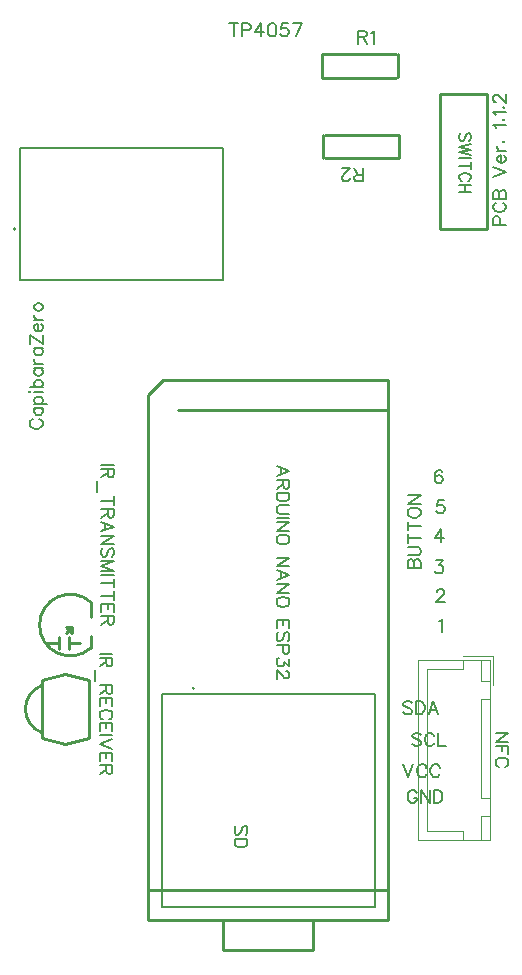
<source format=gto>
G04 Layer: TopSilkscreenLayer*
G04 EasyEDA v6.5.46, 2024-09-10 09:59:28*
G04 729bfc0749884a30aca1d28ffb5e4962,df7e7e3c38a3447abd37b529b333d242,10*
G04 Gerber Generator version 0.2*
G04 Scale: 100 percent, Rotated: No, Reflected: No *
G04 Dimensions in millimeters *
G04 leading zeros omitted , absolute positions ,4 integer and 5 decimal *
%FSLAX45Y45*%
%MOMM*%

%ADD10C,0.1524*%
%ADD11C,0.2540*%
%ADD12C,0.1200*%
%ADD13C,0.1600*%

%LPD*%
D10*
X2820415Y3069844D02*
G01*
X2711450Y3111500D01*
X2820415Y3069844D02*
G01*
X2711450Y3028442D01*
X2747772Y3096005D02*
G01*
X2747772Y3043936D01*
X2820415Y2994152D02*
G01*
X2711450Y2994152D01*
X2820415Y2994152D02*
G01*
X2820415Y2947415D01*
X2815336Y2931668D01*
X2810002Y2926587D01*
X2799588Y2921254D01*
X2789174Y2921254D01*
X2778759Y2926587D01*
X2773679Y2931668D01*
X2768600Y2947415D01*
X2768600Y2994152D01*
X2768600Y2957829D02*
G01*
X2711450Y2921254D01*
X2820415Y2886963D02*
G01*
X2711450Y2886963D01*
X2820415Y2886963D02*
G01*
X2820415Y2850642D01*
X2815336Y2835147D01*
X2804922Y2824734D01*
X2794508Y2819400D01*
X2778759Y2814320D01*
X2752852Y2814320D01*
X2737358Y2819400D01*
X2726943Y2824734D01*
X2716529Y2835147D01*
X2711450Y2850642D01*
X2711450Y2886963D01*
X2820415Y2780029D02*
G01*
X2742438Y2780029D01*
X2726943Y2774950D01*
X2716529Y2764536D01*
X2711450Y2748787D01*
X2711450Y2738373D01*
X2716529Y2722879D01*
X2726943Y2712465D01*
X2742438Y2707386D01*
X2820415Y2707386D01*
X2820415Y2673095D02*
G01*
X2711450Y2673095D01*
X2820415Y2638805D02*
G01*
X2711450Y2638805D01*
X2820415Y2638805D02*
G01*
X2711450Y2565907D01*
X2820415Y2565907D02*
G01*
X2711450Y2565907D01*
X2820415Y2500629D02*
G01*
X2815336Y2510789D01*
X2804922Y2521204D01*
X2794508Y2526537D01*
X2778759Y2531618D01*
X2752852Y2531618D01*
X2737358Y2526537D01*
X2726943Y2521204D01*
X2716529Y2510789D01*
X2711450Y2500629D01*
X2711450Y2479802D01*
X2716529Y2469387D01*
X2726943Y2458973D01*
X2737358Y2453639D01*
X2752852Y2448560D01*
X2778759Y2448560D01*
X2794508Y2453639D01*
X2804922Y2458973D01*
X2815336Y2469387D01*
X2820415Y2479802D01*
X2820415Y2500629D01*
X2820415Y2334260D02*
G01*
X2711450Y2334260D01*
X2820415Y2334260D02*
G01*
X2711450Y2261615D01*
X2820415Y2261615D02*
G01*
X2711450Y2261615D01*
X2820415Y2185670D02*
G01*
X2711450Y2227326D01*
X2820415Y2185670D02*
G01*
X2711450Y2144013D01*
X2747772Y2211578D02*
G01*
X2747772Y2159762D01*
X2820415Y2109723D02*
G01*
X2711450Y2109723D01*
X2820415Y2109723D02*
G01*
X2711450Y2037079D01*
X2820415Y2037079D02*
G01*
X2711450Y2037079D01*
X2820415Y1971547D02*
G01*
X2815336Y1981962D01*
X2804922Y1992376D01*
X2794508Y1997710D01*
X2778759Y2002789D01*
X2752852Y2002789D01*
X2737358Y1997710D01*
X2726943Y1992376D01*
X2716529Y1981962D01*
X2711450Y1971547D01*
X2711450Y1950720D01*
X2716529Y1940560D01*
X2726943Y1930145D01*
X2737358Y1924812D01*
X2752852Y1919731D01*
X2778759Y1919731D01*
X2794508Y1924812D01*
X2804922Y1930145D01*
X2815336Y1940560D01*
X2820415Y1950720D01*
X2820415Y1971547D01*
X2820415Y1805431D02*
G01*
X2711450Y1805431D01*
X2820415Y1805431D02*
G01*
X2820415Y1737868D01*
X2768600Y1805431D02*
G01*
X2768600Y1763776D01*
X2711450Y1805431D02*
G01*
X2711450Y1737868D01*
X2804922Y1630679D02*
G01*
X2815336Y1641094D01*
X2820415Y1656842D01*
X2820415Y1677670D01*
X2815336Y1693163D01*
X2804922Y1703578D01*
X2794508Y1703578D01*
X2784093Y1698244D01*
X2778759Y1693163D01*
X2773679Y1682750D01*
X2763265Y1651507D01*
X2758186Y1641094D01*
X2752852Y1636013D01*
X2742438Y1630679D01*
X2726943Y1630679D01*
X2716529Y1641094D01*
X2711450Y1656842D01*
X2711450Y1677670D01*
X2716529Y1693163D01*
X2726943Y1703578D01*
X2820415Y1596389D02*
G01*
X2711450Y1596389D01*
X2820415Y1596389D02*
G01*
X2820415Y1549654D01*
X2815336Y1534160D01*
X2810002Y1529079D01*
X2799588Y1523745D01*
X2784093Y1523745D01*
X2773679Y1529079D01*
X2768600Y1534160D01*
X2763265Y1549654D01*
X2763265Y1596389D01*
X2820415Y1479042D02*
G01*
X2820415Y1421892D01*
X2778759Y1453134D01*
X2778759Y1437639D01*
X2773679Y1427226D01*
X2768600Y1421892D01*
X2752852Y1416812D01*
X2742438Y1416812D01*
X2726943Y1421892D01*
X2716529Y1432305D01*
X2711450Y1447800D01*
X2711450Y1463547D01*
X2716529Y1479042D01*
X2721609Y1484376D01*
X2732024Y1489455D01*
X2794508Y1377187D02*
G01*
X2799588Y1377187D01*
X2810002Y1372107D01*
X2815336Y1366773D01*
X2820415Y1356360D01*
X2820415Y1335786D01*
X2815336Y1325371D01*
X2810002Y1320037D01*
X2799588Y1314957D01*
X2789174Y1314957D01*
X2778759Y1320037D01*
X2763265Y1330452D01*
X2711450Y1382521D01*
X2711450Y1309623D01*
X647192Y3506978D02*
G01*
X636778Y3501644D01*
X626363Y3491229D01*
X621284Y3481070D01*
X621284Y3460242D01*
X626363Y3449828D01*
X636778Y3439413D01*
X647192Y3434079D01*
X662939Y3429000D01*
X688847Y3429000D01*
X704342Y3434079D01*
X714755Y3439413D01*
X725170Y3449828D01*
X730250Y3460242D01*
X730250Y3481070D01*
X725170Y3491229D01*
X714755Y3501644D01*
X704342Y3506978D01*
X657605Y3603497D02*
G01*
X730250Y3603497D01*
X673100Y3603497D02*
G01*
X662939Y3593084D01*
X657605Y3582670D01*
X657605Y3567176D01*
X662939Y3556762D01*
X673100Y3546347D01*
X688847Y3541268D01*
X699262Y3541268D01*
X714755Y3546347D01*
X725170Y3556762D01*
X730250Y3567176D01*
X730250Y3582670D01*
X725170Y3593084D01*
X714755Y3603497D01*
X657605Y3637787D02*
G01*
X766826Y3637787D01*
X673100Y3637787D02*
G01*
X662939Y3648202D01*
X657605Y3658615D01*
X657605Y3674110D01*
X662939Y3684523D01*
X673100Y3694937D01*
X688847Y3700271D01*
X699262Y3700271D01*
X714755Y3694937D01*
X725170Y3684523D01*
X730250Y3674110D01*
X730250Y3658615D01*
X725170Y3648202D01*
X714755Y3637787D01*
X621284Y3734562D02*
G01*
X626363Y3739642D01*
X621284Y3744976D01*
X615950Y3739642D01*
X621284Y3734562D01*
X657605Y3739642D02*
G01*
X730250Y3739642D01*
X621284Y3779265D02*
G01*
X730250Y3779265D01*
X673100Y3779265D02*
G01*
X662939Y3789679D01*
X657605Y3799839D01*
X657605Y3815587D01*
X662939Y3826002D01*
X673100Y3836415D01*
X688847Y3841495D01*
X699262Y3841495D01*
X714755Y3836415D01*
X725170Y3826002D01*
X730250Y3815587D01*
X730250Y3799839D01*
X725170Y3789679D01*
X714755Y3779265D01*
X657605Y3938270D02*
G01*
X730250Y3938270D01*
X673100Y3938270D02*
G01*
X662939Y3927855D01*
X657605Y3917442D01*
X657605Y3901694D01*
X662939Y3891279D01*
X673100Y3881120D01*
X688847Y3875786D01*
X699262Y3875786D01*
X714755Y3881120D01*
X725170Y3891279D01*
X730250Y3901694D01*
X730250Y3917442D01*
X725170Y3927855D01*
X714755Y3938270D01*
X657605Y3972560D02*
G01*
X730250Y3972560D01*
X688847Y3972560D02*
G01*
X673100Y3977639D01*
X662939Y3988054D01*
X657605Y3998468D01*
X657605Y4013962D01*
X657605Y4110736D02*
G01*
X730250Y4110736D01*
X673100Y4110736D02*
G01*
X662939Y4100321D01*
X657605Y4089907D01*
X657605Y4074160D01*
X662939Y4064000D01*
X673100Y4053586D01*
X688847Y4048252D01*
X699262Y4048252D01*
X714755Y4053586D01*
X725170Y4064000D01*
X730250Y4074160D01*
X730250Y4089907D01*
X725170Y4100321D01*
X714755Y4110736D01*
X621284Y4217670D02*
G01*
X730250Y4145026D01*
X621284Y4145026D02*
G01*
X621284Y4217670D01*
X730250Y4145026D02*
G01*
X730250Y4217670D01*
X688847Y4251960D02*
G01*
X688847Y4314189D01*
X678434Y4314189D01*
X668020Y4309110D01*
X662939Y4304029D01*
X657605Y4293615D01*
X657605Y4277868D01*
X662939Y4267454D01*
X673100Y4257039D01*
X688847Y4251960D01*
X699262Y4251960D01*
X714755Y4257039D01*
X725170Y4267454D01*
X730250Y4277868D01*
X730250Y4293615D01*
X725170Y4304029D01*
X714755Y4314189D01*
X657605Y4348479D02*
G01*
X730250Y4348479D01*
X688847Y4348479D02*
G01*
X673100Y4353813D01*
X662939Y4364228D01*
X657605Y4374642D01*
X657605Y4390136D01*
X657605Y4450334D02*
G01*
X662939Y4439920D01*
X673100Y4429760D01*
X688847Y4424426D01*
X699262Y4424426D01*
X714755Y4429760D01*
X725170Y4439920D01*
X730250Y4450334D01*
X730250Y4466081D01*
X725170Y4476495D01*
X714755Y4486910D01*
X699262Y4491989D01*
X688847Y4491989D01*
X673100Y4486910D01*
X662939Y4476495D01*
X657605Y4466081D01*
X657605Y4450334D01*
X4113529Y3058921D02*
G01*
X4108450Y3069336D01*
X4092956Y3074415D01*
X4082541Y3074415D01*
X4066793Y3069336D01*
X4056379Y3053587D01*
X4051300Y3027679D01*
X4051300Y3001771D01*
X4056379Y2980944D01*
X4066793Y2970529D01*
X4082541Y2965450D01*
X4087622Y2965450D01*
X4103370Y2970529D01*
X4113529Y2980944D01*
X4118863Y2996437D01*
X4118863Y3001771D01*
X4113529Y3017265D01*
X4103370Y3027679D01*
X4087622Y3032760D01*
X4082541Y3032760D01*
X4066793Y3027679D01*
X4056379Y3017265D01*
X4051300Y3001771D01*
X4061713Y2312415D02*
G01*
X4118863Y2312415D01*
X4087622Y2270760D01*
X4103370Y2270760D01*
X4113529Y2265679D01*
X4118863Y2260600D01*
X4123943Y2244852D01*
X4123943Y2234437D01*
X4118863Y2218944D01*
X4108450Y2208529D01*
X4092956Y2203450D01*
X4077208Y2203450D01*
X4061713Y2208529D01*
X4056379Y2213610D01*
X4051300Y2224023D01*
X4089400Y1796287D02*
G01*
X4099813Y1801621D01*
X4115308Y1817115D01*
X4115308Y1708150D01*
X4069079Y2045207D02*
G01*
X4069079Y2050287D01*
X4074413Y2060702D01*
X4079493Y2066036D01*
X4089908Y2071115D01*
X4110736Y2071115D01*
X4121150Y2066036D01*
X4126229Y2060702D01*
X4131563Y2050287D01*
X4131563Y2039873D01*
X4126229Y2029460D01*
X4116070Y2013965D01*
X4064000Y1962150D01*
X4136643Y1962150D01*
X4103370Y2579115D02*
G01*
X4051300Y2506471D01*
X4129277Y2506471D01*
X4103370Y2579115D02*
G01*
X4103370Y2470150D01*
X4126229Y2820415D02*
G01*
X4074413Y2820415D01*
X4069079Y2773679D01*
X4074413Y2778760D01*
X4089908Y2784094D01*
X4105656Y2784094D01*
X4121150Y2778760D01*
X4131563Y2768600D01*
X4136643Y2752852D01*
X4136643Y2742437D01*
X4131563Y2726944D01*
X4121150Y2716529D01*
X4105656Y2711450D01*
X4089908Y2711450D01*
X4074413Y2716529D01*
X4069079Y2721610D01*
X4064000Y2732023D01*
X3900677Y343407D02*
G01*
X3895343Y353821D01*
X3884929Y364236D01*
X3874770Y369315D01*
X3853941Y369315D01*
X3843527Y364236D01*
X3833113Y353821D01*
X3827779Y343407D01*
X3822700Y327660D01*
X3822700Y301752D01*
X3827779Y286257D01*
X3833113Y275844D01*
X3843527Y265429D01*
X3853941Y260350D01*
X3874770Y260350D01*
X3884929Y265429D01*
X3895343Y275844D01*
X3900677Y286257D01*
X3900677Y301752D01*
X3874770Y301752D02*
G01*
X3900677Y301752D01*
X3934968Y369315D02*
G01*
X3934968Y260350D01*
X3934968Y369315D02*
G01*
X4007611Y260350D01*
X4007611Y369315D02*
G01*
X4007611Y260350D01*
X4041902Y369315D02*
G01*
X4041902Y260350D01*
X4041902Y369315D02*
G01*
X4078224Y369315D01*
X4093972Y364236D01*
X4104386Y353821D01*
X4109465Y343407D01*
X4114800Y327660D01*
X4114800Y301752D01*
X4109465Y286257D01*
X4104386Y275844D01*
X4093972Y265429D01*
X4078224Y260350D01*
X4041902Y260350D01*
X3784600Y585215D02*
G01*
X3826256Y476250D01*
X3867658Y585215D02*
G01*
X3826256Y476250D01*
X3979925Y559307D02*
G01*
X3974845Y569721D01*
X3964431Y580136D01*
X3954018Y585215D01*
X3933190Y585215D01*
X3922775Y580136D01*
X3912361Y569721D01*
X3907281Y559307D01*
X3901947Y543560D01*
X3901947Y517652D01*
X3907281Y502157D01*
X3912361Y491744D01*
X3922775Y481329D01*
X3933190Y476250D01*
X3954018Y476250D01*
X3964431Y481329D01*
X3974845Y491744D01*
X3979925Y502157D01*
X4092193Y559307D02*
G01*
X4086859Y569721D01*
X4076700Y580136D01*
X4066286Y585215D01*
X4045458Y585215D01*
X4035043Y580136D01*
X4024629Y569721D01*
X4019550Y559307D01*
X4014215Y543560D01*
X4014215Y517652D01*
X4019550Y502157D01*
X4024629Y491744D01*
X4035043Y481329D01*
X4045458Y476250D01*
X4066286Y476250D01*
X4076700Y481329D01*
X4086859Y491744D01*
X4092193Y502157D01*
X3857243Y1103121D02*
G01*
X3846829Y1113536D01*
X3831336Y1118615D01*
X3810508Y1118615D01*
X3795013Y1113536D01*
X3784600Y1103121D01*
X3784600Y1092707D01*
X3789679Y1082294D01*
X3795013Y1076960D01*
X3805427Y1071879D01*
X3836670Y1061465D01*
X3846829Y1056386D01*
X3852163Y1051052D01*
X3857243Y1040637D01*
X3857243Y1025144D01*
X3846829Y1014729D01*
X3831336Y1009650D01*
X3810508Y1009650D01*
X3795013Y1014729D01*
X3784600Y1025144D01*
X3891534Y1118615D02*
G01*
X3891534Y1009650D01*
X3891534Y1118615D02*
G01*
X3928109Y1118615D01*
X3943604Y1113536D01*
X3954018Y1103121D01*
X3959097Y1092707D01*
X3964431Y1076960D01*
X3964431Y1051052D01*
X3959097Y1035557D01*
X3954018Y1025144D01*
X3943604Y1014729D01*
X3928109Y1009650D01*
X3891534Y1009650D01*
X4040124Y1118615D02*
G01*
X3998722Y1009650D01*
X4040124Y1118615D02*
G01*
X4081779Y1009650D01*
X4014215Y1045971D02*
G01*
X4066286Y1045971D01*
X3933443Y836421D02*
G01*
X3923029Y846836D01*
X3907536Y851915D01*
X3886708Y851915D01*
X3871213Y846836D01*
X3860800Y836421D01*
X3860800Y826007D01*
X3865879Y815594D01*
X3871213Y810260D01*
X3881627Y805179D01*
X3912870Y794765D01*
X3923029Y789686D01*
X3928363Y784352D01*
X3933443Y773937D01*
X3933443Y758444D01*
X3923029Y748029D01*
X3907536Y742950D01*
X3886708Y742950D01*
X3871213Y748029D01*
X3860800Y758444D01*
X4045711Y826007D02*
G01*
X4040631Y836421D01*
X4030218Y846836D01*
X4019804Y851915D01*
X3998975Y851915D01*
X3988561Y846836D01*
X3978147Y836421D01*
X3973068Y826007D01*
X3967734Y810260D01*
X3967734Y784352D01*
X3973068Y768857D01*
X3978147Y758444D01*
X3988561Y748029D01*
X3998975Y742950D01*
X4019804Y742950D01*
X4030218Y748029D01*
X4040631Y758444D01*
X4045711Y768857D01*
X4080002Y851915D02*
G01*
X4080002Y742950D01*
X4080002Y742950D02*
G01*
X4142486Y742950D01*
X4545584Y5156200D02*
G01*
X4654550Y5156200D01*
X4545584Y5156200D02*
G01*
X4545584Y5202936D01*
X4550663Y5218429D01*
X4555997Y5223763D01*
X4566411Y5228844D01*
X4581906Y5228844D01*
X4592320Y5223763D01*
X4597400Y5218429D01*
X4602734Y5202936D01*
X4602734Y5156200D01*
X4571491Y5341112D02*
G01*
X4561077Y5336031D01*
X4550663Y5325618D01*
X4545584Y5315204D01*
X4545584Y5294376D01*
X4550663Y5283962D01*
X4561077Y5273547D01*
X4571491Y5268468D01*
X4587240Y5263134D01*
X4613147Y5263134D01*
X4628641Y5268468D01*
X4639056Y5273547D01*
X4649470Y5283962D01*
X4654550Y5294376D01*
X4654550Y5315204D01*
X4649470Y5325618D01*
X4639056Y5336031D01*
X4628641Y5341112D01*
X4545584Y5375402D02*
G01*
X4654550Y5375402D01*
X4545584Y5375402D02*
G01*
X4545584Y5422137D01*
X4550663Y5437886D01*
X4555997Y5442965D01*
X4566411Y5448300D01*
X4576825Y5448300D01*
X4587240Y5442965D01*
X4592320Y5437886D01*
X4597400Y5422137D01*
X4597400Y5375402D02*
G01*
X4597400Y5422137D01*
X4602734Y5437886D01*
X4607813Y5442965D01*
X4618227Y5448300D01*
X4633975Y5448300D01*
X4644390Y5442965D01*
X4649470Y5437886D01*
X4654550Y5422137D01*
X4654550Y5375402D01*
X4545584Y5562600D02*
G01*
X4654550Y5604002D01*
X4545584Y5645657D02*
G01*
X4654550Y5604002D01*
X4613147Y5679947D02*
G01*
X4613147Y5742178D01*
X4602734Y5742178D01*
X4592320Y5737097D01*
X4587240Y5731763D01*
X4581906Y5721350D01*
X4581906Y5705855D01*
X4587240Y5695442D01*
X4597400Y5685028D01*
X4613147Y5679947D01*
X4623561Y5679947D01*
X4639056Y5685028D01*
X4649470Y5695442D01*
X4654550Y5705855D01*
X4654550Y5721350D01*
X4649470Y5731763D01*
X4639056Y5742178D01*
X4581906Y5776468D02*
G01*
X4654550Y5776468D01*
X4613147Y5776468D02*
G01*
X4597400Y5781802D01*
X4587240Y5792215D01*
X4581906Y5802629D01*
X4581906Y5818123D01*
X4628641Y5857494D02*
G01*
X4633975Y5852413D01*
X4639056Y5857494D01*
X4633975Y5862828D01*
X4628641Y5857494D01*
X4566411Y5977128D02*
G01*
X4561077Y5987542D01*
X4545584Y6003036D01*
X4654550Y6003036D01*
X4628641Y6042660D02*
G01*
X4633975Y6037326D01*
X4639056Y6042660D01*
X4633975Y6047739D01*
X4628641Y6042660D01*
X4566411Y6082029D02*
G01*
X4561077Y6092444D01*
X4545584Y6107937D01*
X4654550Y6107937D01*
X4628641Y6147562D02*
G01*
X4633975Y6142228D01*
X4639056Y6147562D01*
X4633975Y6152642D01*
X4628641Y6147562D01*
X4571491Y6192265D02*
G01*
X4566411Y6192265D01*
X4555997Y6197345D01*
X4550663Y6202679D01*
X4545584Y6212839D01*
X4545584Y6233668D01*
X4550663Y6244081D01*
X4555997Y6249415D01*
X4566411Y6254495D01*
X4576825Y6254495D01*
X4587240Y6249415D01*
X4602734Y6239002D01*
X4654550Y6186931D01*
X4654550Y6259829D01*
X3821684Y2247900D02*
G01*
X3930650Y2247900D01*
X3821684Y2247900D02*
G01*
X3821684Y2294636D01*
X3826763Y2310129D01*
X3832097Y2315463D01*
X3842511Y2320544D01*
X3852925Y2320544D01*
X3863340Y2315463D01*
X3868420Y2310129D01*
X3873500Y2294636D01*
X3873500Y2247900D02*
G01*
X3873500Y2294636D01*
X3878834Y2310129D01*
X3883913Y2315463D01*
X3894327Y2320544D01*
X3910075Y2320544D01*
X3920490Y2315463D01*
X3925570Y2310129D01*
X3930650Y2294636D01*
X3930650Y2247900D01*
X3821684Y2354834D02*
G01*
X3899661Y2354834D01*
X3915156Y2360168D01*
X3925570Y2370581D01*
X3930650Y2386076D01*
X3930650Y2396489D01*
X3925570Y2411984D01*
X3915156Y2422397D01*
X3899661Y2427731D01*
X3821684Y2427731D01*
X3821684Y2498344D02*
G01*
X3930650Y2498344D01*
X3821684Y2462021D02*
G01*
X3821684Y2534665D01*
X3821684Y2605278D02*
G01*
X3930650Y2605278D01*
X3821684Y2568955D02*
G01*
X3821684Y2641600D01*
X3821684Y2707131D02*
G01*
X3826763Y2696718D01*
X3837177Y2686304D01*
X3847591Y2681223D01*
X3863340Y2675889D01*
X3889247Y2675889D01*
X3904741Y2681223D01*
X3915156Y2686304D01*
X3925570Y2696718D01*
X3930650Y2707131D01*
X3930650Y2727960D01*
X3925570Y2738373D01*
X3915156Y2748787D01*
X3904741Y2753868D01*
X3889247Y2759202D01*
X3863340Y2759202D01*
X3847591Y2753868D01*
X3837177Y2748787D01*
X3826763Y2738373D01*
X3821684Y2727960D01*
X3821684Y2707131D01*
X3821684Y2793492D02*
G01*
X3930650Y2793492D01*
X3821684Y2793492D02*
G01*
X3930650Y2866136D01*
X3821684Y2866136D02*
G01*
X3930650Y2866136D01*
X2347722Y6859015D02*
G01*
X2347722Y6750050D01*
X2311400Y6859015D02*
G01*
X2384043Y6859015D01*
X2418334Y6859015D02*
G01*
X2418334Y6750050D01*
X2418334Y6859015D02*
G01*
X2465070Y6859015D01*
X2480818Y6853936D01*
X2485897Y6848602D01*
X2491231Y6838187D01*
X2491231Y6822694D01*
X2485897Y6812279D01*
X2480818Y6807200D01*
X2465070Y6801865D01*
X2418334Y6801865D01*
X2577338Y6859015D02*
G01*
X2525522Y6786371D01*
X2603500Y6786371D01*
X2577338Y6859015D02*
G01*
X2577338Y6750050D01*
X2668777Y6859015D02*
G01*
X2653284Y6853936D01*
X2642870Y6838187D01*
X2637790Y6812279D01*
X2637790Y6796786D01*
X2642870Y6770623D01*
X2653284Y6755129D01*
X2668777Y6750050D01*
X2679191Y6750050D01*
X2694940Y6755129D01*
X2705100Y6770623D01*
X2710434Y6796786D01*
X2710434Y6812279D01*
X2705100Y6838187D01*
X2694940Y6853936D01*
X2679191Y6859015D01*
X2668777Y6859015D01*
X2806954Y6859015D02*
G01*
X2755138Y6859015D01*
X2749804Y6812279D01*
X2755138Y6817360D01*
X2770631Y6822694D01*
X2786379Y6822694D01*
X2801874Y6817360D01*
X2812288Y6807200D01*
X2817368Y6791452D01*
X2817368Y6781037D01*
X2812288Y6765544D01*
X2801874Y6755129D01*
X2786379Y6750050D01*
X2770631Y6750050D01*
X2755138Y6755129D01*
X2749804Y6760210D01*
X2744724Y6770623D01*
X2924556Y6859015D02*
G01*
X2872486Y6750050D01*
X2851658Y6859015D02*
G01*
X2924556Y6859015D01*
X4341875Y5867145D02*
G01*
X4350765Y5876289D01*
X4355338Y5890005D01*
X4355338Y5908294D01*
X4350765Y5921755D01*
X4341875Y5930900D01*
X4332731Y5930900D01*
X4323588Y5926328D01*
X4319015Y5921755D01*
X4314443Y5912612D01*
X4305300Y5885434D01*
X4300981Y5876289D01*
X4296409Y5871718D01*
X4287265Y5867145D01*
X4273550Y5867145D01*
X4264406Y5876289D01*
X4259834Y5890005D01*
X4259834Y5908294D01*
X4264406Y5921755D01*
X4273550Y5930900D01*
X4355338Y5837173D02*
G01*
X4259834Y5814568D01*
X4355338Y5791707D02*
G01*
X4259834Y5814568D01*
X4355338Y5791707D02*
G01*
X4259834Y5769102D01*
X4355338Y5746242D02*
G01*
X4259834Y5769102D01*
X4355338Y5716270D02*
G01*
X4259834Y5716270D01*
X4355338Y5654547D02*
G01*
X4259834Y5654547D01*
X4355338Y5686297D02*
G01*
X4355338Y5622797D01*
X4332731Y5524500D02*
G01*
X4341875Y5529071D01*
X4350765Y5538215D01*
X4355338Y5547360D01*
X4355338Y5565394D01*
X4350765Y5574537D01*
X4341875Y5583681D01*
X4332731Y5588254D01*
X4319015Y5592826D01*
X4296409Y5592826D01*
X4282693Y5588254D01*
X4273550Y5583681D01*
X4264406Y5574537D01*
X4259834Y5565394D01*
X4259834Y5547360D01*
X4264406Y5538215D01*
X4273550Y5529071D01*
X4282693Y5524500D01*
X4355338Y5494528D02*
G01*
X4259834Y5494528D01*
X4355338Y5430773D02*
G01*
X4259834Y5430773D01*
X4309872Y5494528D02*
G01*
X4309872Y5430773D01*
X1321815Y1524000D02*
G01*
X1212850Y1524000D01*
X1321815Y1489710D02*
G01*
X1212850Y1489710D01*
X1321815Y1489710D02*
G01*
X1321815Y1442973D01*
X1316736Y1427479D01*
X1311402Y1422145D01*
X1300987Y1417065D01*
X1290573Y1417065D01*
X1280160Y1422145D01*
X1275079Y1427479D01*
X1270000Y1442973D01*
X1270000Y1489710D01*
X1270000Y1453387D02*
G01*
X1212850Y1417065D01*
X1176273Y1382776D02*
G01*
X1176273Y1289050D01*
X1321815Y1254760D02*
G01*
X1212850Y1254760D01*
X1321815Y1254760D02*
G01*
X1321815Y1208023D01*
X1316736Y1192529D01*
X1311402Y1187450D01*
X1300987Y1182115D01*
X1290573Y1182115D01*
X1280160Y1187450D01*
X1275079Y1192529D01*
X1270000Y1208023D01*
X1270000Y1254760D01*
X1270000Y1218437D02*
G01*
X1212850Y1182115D01*
X1321815Y1147826D02*
G01*
X1212850Y1147826D01*
X1321815Y1147826D02*
G01*
X1321815Y1080262D01*
X1270000Y1147826D02*
G01*
X1270000Y1106170D01*
X1212850Y1147826D02*
G01*
X1212850Y1080262D01*
X1295907Y967994D02*
G01*
X1306321Y973328D01*
X1316736Y983742D01*
X1321815Y994155D01*
X1321815Y1014729D01*
X1316736Y1025144D01*
X1306321Y1035557D01*
X1295907Y1040892D01*
X1280160Y1045971D01*
X1254252Y1045971D01*
X1238757Y1040892D01*
X1228344Y1035557D01*
X1217929Y1025144D01*
X1212850Y1014729D01*
X1212850Y994155D01*
X1217929Y983742D01*
X1228344Y973328D01*
X1238757Y967994D01*
X1321815Y933704D02*
G01*
X1212850Y933704D01*
X1321815Y933704D02*
G01*
X1321815Y866139D01*
X1270000Y933704D02*
G01*
X1270000Y892302D01*
X1212850Y933704D02*
G01*
X1212850Y866139D01*
X1321815Y831850D02*
G01*
X1212850Y831850D01*
X1321815Y797560D02*
G01*
X1212850Y756157D01*
X1321815Y714502D02*
G01*
X1212850Y756157D01*
X1321815Y680212D02*
G01*
X1212850Y680212D01*
X1321815Y680212D02*
G01*
X1321815Y612647D01*
X1270000Y680212D02*
G01*
X1270000Y638810D01*
X1212850Y680212D02*
G01*
X1212850Y612647D01*
X1321815Y578357D02*
G01*
X1212850Y578357D01*
X1321815Y578357D02*
G01*
X1321815Y531621D01*
X1316736Y516128D01*
X1311402Y510794D01*
X1300987Y505713D01*
X1290573Y505713D01*
X1280160Y510794D01*
X1275079Y516128D01*
X1270000Y531621D01*
X1270000Y578357D01*
X1270000Y542036D02*
G01*
X1212850Y505713D01*
X1334515Y3124200D02*
G01*
X1225550Y3124200D01*
X1334515Y3089910D02*
G01*
X1225550Y3089910D01*
X1334515Y3089910D02*
G01*
X1334515Y3043173D01*
X1329436Y3027679D01*
X1324102Y3022345D01*
X1313687Y3017265D01*
X1303273Y3017265D01*
X1292860Y3022345D01*
X1287779Y3027679D01*
X1282700Y3043173D01*
X1282700Y3089910D01*
X1282700Y3053587D02*
G01*
X1225550Y3017265D01*
X1188973Y2982976D02*
G01*
X1188973Y2889250D01*
X1334515Y2818637D02*
G01*
X1225550Y2818637D01*
X1334515Y2854960D02*
G01*
X1334515Y2782315D01*
X1334515Y2748026D02*
G01*
X1225550Y2748026D01*
X1334515Y2748026D02*
G01*
X1334515Y2701289D01*
X1329436Y2685795D01*
X1324102Y2680462D01*
X1313687Y2675381D01*
X1303273Y2675381D01*
X1292860Y2680462D01*
X1287779Y2685795D01*
X1282700Y2701289D01*
X1282700Y2748026D01*
X1282700Y2711704D02*
G01*
X1225550Y2675381D01*
X1334515Y2599436D02*
G01*
X1225550Y2641092D01*
X1334515Y2599436D02*
G01*
X1225550Y2557779D01*
X1261871Y2625344D02*
G01*
X1261871Y2573528D01*
X1334515Y2523489D02*
G01*
X1225550Y2523489D01*
X1334515Y2523489D02*
G01*
X1225550Y2450845D01*
X1334515Y2450845D02*
G01*
X1225550Y2450845D01*
X1319021Y2343912D02*
G01*
X1329436Y2354326D01*
X1334515Y2369820D01*
X1334515Y2390647D01*
X1329436Y2406142D01*
X1319021Y2416555D01*
X1308607Y2416555D01*
X1298194Y2411476D01*
X1292860Y2406142D01*
X1287779Y2395728D01*
X1277365Y2364739D01*
X1272286Y2354326D01*
X1266952Y2348992D01*
X1256537Y2343912D01*
X1241044Y2343912D01*
X1230629Y2354326D01*
X1225550Y2369820D01*
X1225550Y2390647D01*
X1230629Y2406142D01*
X1241044Y2416555D01*
X1334515Y2309621D02*
G01*
X1225550Y2309621D01*
X1334515Y2309621D02*
G01*
X1225550Y2267965D01*
X1334515Y2226310D02*
G01*
X1225550Y2267965D01*
X1334515Y2226310D02*
G01*
X1225550Y2226310D01*
X1334515Y2192020D02*
G01*
X1225550Y2192020D01*
X1334515Y2121407D02*
G01*
X1225550Y2121407D01*
X1334515Y2157729D02*
G01*
X1334515Y2085086D01*
X1334515Y2014473D02*
G01*
X1225550Y2014473D01*
X1334515Y2050795D02*
G01*
X1334515Y1978152D01*
X1334515Y1943862D02*
G01*
X1225550Y1943862D01*
X1334515Y1943862D02*
G01*
X1334515Y1876297D01*
X1282700Y1943862D02*
G01*
X1282700Y1902205D01*
X1225550Y1943862D02*
G01*
X1225550Y1876297D01*
X1334515Y1842007D02*
G01*
X1225550Y1842007D01*
X1334515Y1842007D02*
G01*
X1334515Y1795271D01*
X1329436Y1779523D01*
X1324102Y1774444D01*
X1313687Y1769110D01*
X1303273Y1769110D01*
X1292860Y1774444D01*
X1287779Y1779523D01*
X1282700Y1795271D01*
X1282700Y1842007D01*
X1282700Y1805686D02*
G01*
X1225550Y1769110D01*
X4674615Y850900D02*
G01*
X4565650Y850900D01*
X4674615Y850900D02*
G01*
X4565650Y778255D01*
X4674615Y778255D02*
G01*
X4565650Y778255D01*
X4674615Y743965D02*
G01*
X4565650Y743965D01*
X4674615Y743965D02*
G01*
X4674615Y676402D01*
X4622800Y743965D02*
G01*
X4622800Y702310D01*
X4648708Y564134D02*
G01*
X4659122Y569213D01*
X4669536Y579628D01*
X4674615Y590042D01*
X4674615Y610870D01*
X4669536Y621284D01*
X4659122Y631697D01*
X4648708Y636778D01*
X4632959Y642112D01*
X4607052Y642112D01*
X4591558Y636778D01*
X4581143Y631697D01*
X4570729Y621284D01*
X4565650Y610870D01*
X4565650Y590042D01*
X4570729Y579628D01*
X4581143Y569213D01*
X4591558Y564134D01*
X2449144Y-9321D02*
G01*
X2459558Y1092D01*
X2464892Y16840D01*
X2464892Y37414D01*
X2459558Y53162D01*
X2449144Y63576D01*
X2438984Y63576D01*
X2428570Y58242D01*
X2423236Y53162D01*
X2418156Y42748D01*
X2407742Y11506D01*
X2402408Y1092D01*
X2397328Y-3987D01*
X2386914Y-9321D01*
X2371420Y-9321D01*
X2361006Y1092D01*
X2355672Y16840D01*
X2355672Y37414D01*
X2361006Y53162D01*
X2371420Y63576D01*
X2464892Y-43611D02*
G01*
X2355672Y-43611D01*
X2464892Y-43611D02*
G01*
X2464892Y-79933D01*
X2459558Y-95427D01*
X2449144Y-105841D01*
X2438984Y-111175D01*
X2423236Y-116255D01*
X2397328Y-116255D01*
X2381834Y-111175D01*
X2371420Y-105841D01*
X2361006Y-95427D01*
X2355672Y-79933D01*
X2355672Y-43611D01*
X3403600Y6795515D02*
G01*
X3403600Y6686550D01*
X3403600Y6795515D02*
G01*
X3450336Y6795515D01*
X3465829Y6790436D01*
X3471163Y6785102D01*
X3476243Y6774687D01*
X3476243Y6764273D01*
X3471163Y6753860D01*
X3465829Y6748779D01*
X3450336Y6743700D01*
X3403600Y6743700D01*
X3439922Y6743700D02*
G01*
X3476243Y6686550D01*
X3510534Y6774687D02*
G01*
X3520947Y6780021D01*
X3536695Y6795515D01*
X3536695Y6686550D01*
X3441700Y5523484D02*
G01*
X3441700Y5632450D01*
X3441700Y5523484D02*
G01*
X3394963Y5523484D01*
X3379470Y5528563D01*
X3374136Y5533897D01*
X3369056Y5544312D01*
X3369056Y5554726D01*
X3374136Y5565139D01*
X3379470Y5570220D01*
X3394963Y5575300D01*
X3441700Y5575300D01*
X3405377Y5575300D02*
G01*
X3369056Y5632450D01*
X3329431Y5549392D02*
G01*
X3329431Y5544312D01*
X3324352Y5533897D01*
X3319018Y5528563D01*
X3308604Y5523484D01*
X3288029Y5523484D01*
X3277615Y5528563D01*
X3272281Y5533897D01*
X3267202Y5544312D01*
X3267202Y5554726D01*
X3272281Y5565139D01*
X3282695Y5580634D01*
X3334765Y5632450D01*
X3261868Y5632450D01*
X539394Y5802706D02*
G01*
X2254605Y5802706D01*
X2254605Y4844719D01*
X2254605Y4687493D01*
X539394Y4687493D01*
X539394Y5802706D01*
D11*
X4492599Y6260592D02*
G01*
X4492599Y5118607D01*
X4092600Y6260592D02*
G01*
X4092600Y5118607D01*
X4492599Y6261100D02*
G01*
X4092600Y6261100D01*
X4492599Y5118607D02*
G01*
X4092600Y5118607D01*
X723900Y1303020D02*
G01*
X924560Y1353820D01*
X924560Y1353820D02*
G01*
X1125220Y1303020D01*
X1125220Y1303020D02*
G01*
X1125220Y805179D01*
X1125220Y805179D02*
G01*
X924560Y754379D01*
X924560Y754379D02*
G01*
X723900Y805179D01*
X723900Y805179D02*
G01*
X723900Y853439D01*
X723900Y853439D02*
G01*
X723900Y1254760D01*
X723900Y1254760D02*
G01*
X723900Y1303020D01*
X873760Y1666239D02*
G01*
X873760Y1615439D01*
X873760Y1564639D01*
X952500Y1666239D02*
G01*
X952500Y1615439D01*
X952500Y1564639D01*
X952500Y1615439D02*
G01*
X1051560Y1615439D01*
X772160Y1615439D02*
G01*
X873760Y1615439D01*
X932179Y1694179D02*
G01*
X982979Y1744979D01*
X932179Y1744979D01*
X982979Y1694179D01*
X982979Y1744979D01*
X1143000Y1955800D02*
G01*
X1143000Y1836420D01*
X1143000Y1574800D02*
G01*
X1143000Y1676400D01*
D12*
X4521200Y152400D02*
G01*
X4445000Y152400D01*
X4445000Y-50800D01*
X4521200Y-50800D01*
X4521200Y152400D01*
X4445000Y1473200D02*
G01*
X4521200Y1473200D01*
X4521200Y1295400D01*
X4445000Y1295400D01*
X4445000Y1473200D01*
X3911600Y1473200D01*
X3911600Y-50800D01*
X4521200Y-50800D01*
X4521200Y1473200D01*
X4521200Y1143000D02*
G01*
X4445000Y1143000D01*
X4445000Y304800D01*
X4521200Y304800D01*
X4521200Y1143000D01*
X4292600Y1473200D02*
G01*
X4292600Y1397000D01*
X3987800Y1397000D01*
X3987800Y25400D01*
X4292600Y25400D01*
X4292600Y-50800D01*
X4542281Y1254252D02*
G01*
X4542281Y1504187D01*
X4292091Y1504187D01*
D10*
X3544216Y1182016D02*
G01*
X3544216Y-623219D01*
X1738980Y-623219D01*
X1738980Y1182016D01*
X3544216Y1182016D01*
D11*
X3725499Y6400797D02*
G01*
X3095497Y6400797D01*
X3736340Y6601457D02*
G01*
X3736340Y6401462D01*
X3096259Y6601460D02*
G01*
X3726261Y6601460D01*
X3096259Y6403337D02*
G01*
X3096259Y6603339D01*
X3119800Y5918202D02*
G01*
X3749802Y5918202D01*
X3108959Y5717542D02*
G01*
X3108959Y5917537D01*
X3749040Y5717539D02*
G01*
X3119038Y5717539D01*
X3749040Y5915662D02*
G01*
X3749040Y5715660D01*
X1625600Y3330000D02*
G01*
X1625600Y3711000D01*
X1752600Y3838000D01*
X3657600Y3838000D01*
X3657600Y-733999D01*
X1625600Y-733999D01*
X1625600Y3330000D01*
X1879600Y3584000D02*
G01*
X3657600Y3584000D01*
X3657600Y-479999D01*
X1625600Y-479999D01*
X1625600Y3330000D01*
X2260600Y-733999D02*
G01*
X2260600Y-987999D01*
X3022600Y-987999D01*
X3022600Y-733999D01*
G75*
G01*
X724441Y1254219D02*
G03*
X724441Y854220I75041J-200000D01*
G75*
G01*
X1143000Y1574800D02*
G02*
X1143000Y1955800I-177798J190500D01*
D13*
G75*
G01
X499389Y5118100D02*
G03X499389Y5118100I-8001J0D01*
G75*
G01
X2014601Y1230020D02*
G03X2014601Y1230020I-8001J0D01*
M02*

</source>
